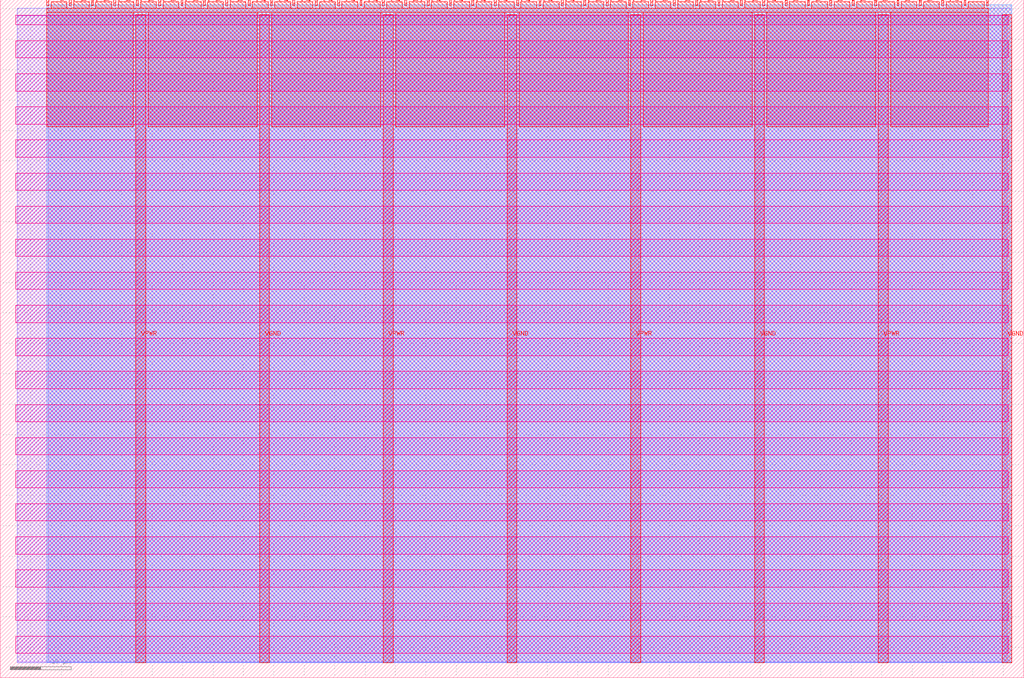
<source format=lef>
VERSION 5.7 ;
  NOWIREEXTENSIONATPIN ON ;
  DIVIDERCHAR "/" ;
  BUSBITCHARS "[]" ;
MACRO tt_um_yeokm1_pwm_audio
  CLASS BLOCK ;
  FOREIGN tt_um_yeokm1_pwm_audio ;
  ORIGIN 0.000 0.000 ;
  SIZE 168.360 BY 111.520 ;
  PIN VGND
    DIRECTION INOUT ;
    USE GROUND ;
    PORT
      LAYER met4 ;
        RECT 42.670 2.480 44.270 109.040 ;
    END
    PORT
      LAYER met4 ;
        RECT 83.380 2.480 84.980 109.040 ;
    END
    PORT
      LAYER met4 ;
        RECT 124.090 2.480 125.690 109.040 ;
    END
    PORT
      LAYER met4 ;
        RECT 164.800 2.480 166.400 109.040 ;
    END
  END VGND
  PIN VPWR
    DIRECTION INOUT ;
    USE POWER ;
    PORT
      LAYER met4 ;
        RECT 22.315 2.480 23.915 109.040 ;
    END
    PORT
      LAYER met4 ;
        RECT 63.025 2.480 64.625 109.040 ;
    END
    PORT
      LAYER met4 ;
        RECT 103.735 2.480 105.335 109.040 ;
    END
    PORT
      LAYER met4 ;
        RECT 144.445 2.480 146.045 109.040 ;
    END
  END VPWR
  PIN clk
    DIRECTION INPUT ;
    USE SIGNAL ;
    ANTENNAGATEAREA 0.852000 ;
    PORT
      LAYER met4 ;
        RECT 158.550 110.520 158.850 111.520 ;
    END
  END clk
  PIN ena
    DIRECTION INPUT ;
    USE SIGNAL ;
    ANTENNAGATEAREA 0.213000 ;
    PORT
      LAYER met4 ;
        RECT 162.230 110.520 162.530 111.520 ;
    END
  END ena
  PIN rst_n
    DIRECTION INPUT ;
    USE SIGNAL ;
    ANTENNAGATEAREA 0.159000 ;
    PORT
      LAYER met4 ;
        RECT 154.870 110.520 155.170 111.520 ;
    END
  END rst_n
  PIN ui_in[0]
    DIRECTION INPUT ;
    USE SIGNAL ;
    ANTENNAGATEAREA 0.196500 ;
    PORT
      LAYER met4 ;
        RECT 151.190 110.520 151.490 111.520 ;
    END
  END ui_in[0]
  PIN ui_in[1]
    DIRECTION INPUT ;
    USE SIGNAL ;
    ANTENNAGATEAREA 0.213000 ;
    PORT
      LAYER met4 ;
        RECT 147.510 110.520 147.810 111.520 ;
    END
  END ui_in[1]
  PIN ui_in[2]
    DIRECTION INPUT ;
    USE SIGNAL ;
    ANTENNAGATEAREA 0.213000 ;
    PORT
      LAYER met4 ;
        RECT 143.830 110.520 144.130 111.520 ;
    END
  END ui_in[2]
  PIN ui_in[3]
    DIRECTION INPUT ;
    USE SIGNAL ;
    ANTENNAGATEAREA 0.196500 ;
    PORT
      LAYER met4 ;
        RECT 140.150 110.520 140.450 111.520 ;
    END
  END ui_in[3]
  PIN ui_in[4]
    DIRECTION INPUT ;
    USE SIGNAL ;
    ANTENNAGATEAREA 0.126000 ;
    PORT
      LAYER met4 ;
        RECT 136.470 110.520 136.770 111.520 ;
    END
  END ui_in[4]
  PIN ui_in[5]
    DIRECTION INPUT ;
    USE SIGNAL ;
    ANTENNAGATEAREA 0.213000 ;
    PORT
      LAYER met4 ;
        RECT 132.790 110.520 133.090 111.520 ;
    END
  END ui_in[5]
  PIN ui_in[6]
    DIRECTION INPUT ;
    USE SIGNAL ;
    ANTENNAGATEAREA 0.213000 ;
    PORT
      LAYER met4 ;
        RECT 129.110 110.520 129.410 111.520 ;
    END
  END ui_in[6]
  PIN ui_in[7]
    DIRECTION INPUT ;
    USE SIGNAL ;
    ANTENNAGATEAREA 0.213000 ;
    PORT
      LAYER met4 ;
        RECT 125.430 110.520 125.730 111.520 ;
    END
  END ui_in[7]
  PIN uio_in[0]
    DIRECTION INPUT ;
    USE SIGNAL ;
    PORT
      LAYER met4 ;
        RECT 121.750 110.520 122.050 111.520 ;
    END
  END uio_in[0]
  PIN uio_in[1]
    DIRECTION INPUT ;
    USE SIGNAL ;
    PORT
      LAYER met4 ;
        RECT 118.070 110.520 118.370 111.520 ;
    END
  END uio_in[1]
  PIN uio_in[2]
    DIRECTION INPUT ;
    USE SIGNAL ;
    PORT
      LAYER met4 ;
        RECT 114.390 110.520 114.690 111.520 ;
    END
  END uio_in[2]
  PIN uio_in[3]
    DIRECTION INPUT ;
    USE SIGNAL ;
    PORT
      LAYER met4 ;
        RECT 110.710 110.520 111.010 111.520 ;
    END
  END uio_in[3]
  PIN uio_in[4]
    DIRECTION INPUT ;
    USE SIGNAL ;
    PORT
      LAYER met4 ;
        RECT 107.030 110.520 107.330 111.520 ;
    END
  END uio_in[4]
  PIN uio_in[5]
    DIRECTION INPUT ;
    USE SIGNAL ;
    PORT
      LAYER met4 ;
        RECT 103.350 110.520 103.650 111.520 ;
    END
  END uio_in[5]
  PIN uio_in[6]
    DIRECTION INPUT ;
    USE SIGNAL ;
    PORT
      LAYER met4 ;
        RECT 99.670 110.520 99.970 111.520 ;
    END
  END uio_in[6]
  PIN uio_in[7]
    DIRECTION INPUT ;
    USE SIGNAL ;
    PORT
      LAYER met4 ;
        RECT 95.990 110.520 96.290 111.520 ;
    END
  END uio_in[7]
  PIN uio_oe[0]
    DIRECTION OUTPUT TRISTATE ;
    USE SIGNAL ;
    PORT
      LAYER met4 ;
        RECT 33.430 110.520 33.730 111.520 ;
    END
  END uio_oe[0]
  PIN uio_oe[1]
    DIRECTION OUTPUT TRISTATE ;
    USE SIGNAL ;
    PORT
      LAYER met4 ;
        RECT 29.750 110.520 30.050 111.520 ;
    END
  END uio_oe[1]
  PIN uio_oe[2]
    DIRECTION OUTPUT TRISTATE ;
    USE SIGNAL ;
    PORT
      LAYER met4 ;
        RECT 26.070 110.520 26.370 111.520 ;
    END
  END uio_oe[2]
  PIN uio_oe[3]
    DIRECTION OUTPUT TRISTATE ;
    USE SIGNAL ;
    PORT
      LAYER met4 ;
        RECT 22.390 110.520 22.690 111.520 ;
    END
  END uio_oe[3]
  PIN uio_oe[4]
    DIRECTION OUTPUT TRISTATE ;
    USE SIGNAL ;
    PORT
      LAYER met4 ;
        RECT 18.710 110.520 19.010 111.520 ;
    END
  END uio_oe[4]
  PIN uio_oe[5]
    DIRECTION OUTPUT TRISTATE ;
    USE SIGNAL ;
    PORT
      LAYER met4 ;
        RECT 15.030 110.520 15.330 111.520 ;
    END
  END uio_oe[5]
  PIN uio_oe[6]
    DIRECTION OUTPUT TRISTATE ;
    USE SIGNAL ;
    PORT
      LAYER met4 ;
        RECT 11.350 110.520 11.650 111.520 ;
    END
  END uio_oe[6]
  PIN uio_oe[7]
    DIRECTION OUTPUT TRISTATE ;
    USE SIGNAL ;
    PORT
      LAYER met4 ;
        RECT 7.670 110.520 7.970 111.520 ;
    END
  END uio_oe[7]
  PIN uio_out[0]
    DIRECTION OUTPUT TRISTATE ;
    USE SIGNAL ;
    ANTENNADIFFAREA 0.795200 ;
    PORT
      LAYER met4 ;
        RECT 62.870 110.520 63.170 111.520 ;
    END
  END uio_out[0]
  PIN uio_out[1]
    DIRECTION OUTPUT TRISTATE ;
    USE SIGNAL ;
    ANTENNADIFFAREA 0.795200 ;
    PORT
      LAYER met4 ;
        RECT 59.190 110.520 59.490 111.520 ;
    END
  END uio_out[1]
  PIN uio_out[2]
    DIRECTION OUTPUT TRISTATE ;
    USE SIGNAL ;
    ANTENNADIFFAREA 0.795200 ;
    PORT
      LAYER met4 ;
        RECT 55.510 110.520 55.810 111.520 ;
    END
  END uio_out[2]
  PIN uio_out[3]
    DIRECTION OUTPUT TRISTATE ;
    USE SIGNAL ;
    ANTENNADIFFAREA 0.795200 ;
    PORT
      LAYER met4 ;
        RECT 51.830 110.520 52.130 111.520 ;
    END
  END uio_out[3]
  PIN uio_out[4]
    DIRECTION OUTPUT TRISTATE ;
    USE SIGNAL ;
    ANTENNADIFFAREA 0.795200 ;
    PORT
      LAYER met4 ;
        RECT 48.150 110.520 48.450 111.520 ;
    END
  END uio_out[4]
  PIN uio_out[5]
    DIRECTION OUTPUT TRISTATE ;
    USE SIGNAL ;
    ANTENNADIFFAREA 0.795200 ;
    PORT
      LAYER met4 ;
        RECT 44.470 110.520 44.770 111.520 ;
    END
  END uio_out[5]
  PIN uio_out[6]
    DIRECTION OUTPUT TRISTATE ;
    USE SIGNAL ;
    ANTENNADIFFAREA 0.795200 ;
    PORT
      LAYER met4 ;
        RECT 40.790 110.520 41.090 111.520 ;
    END
  END uio_out[6]
  PIN uio_out[7]
    DIRECTION OUTPUT TRISTATE ;
    USE SIGNAL ;
    ANTENNADIFFAREA 0.795200 ;
    PORT
      LAYER met4 ;
        RECT 37.110 110.520 37.410 111.520 ;
    END
  END uio_out[7]
  PIN uo_out[0]
    DIRECTION OUTPUT TRISTATE ;
    USE SIGNAL ;
    ANTENNADIFFAREA 0.891000 ;
    PORT
      LAYER met4 ;
        RECT 92.310 110.520 92.610 111.520 ;
    END
  END uo_out[0]
  PIN uo_out[1]
    DIRECTION OUTPUT TRISTATE ;
    USE SIGNAL ;
    ANTENNADIFFAREA 0.445500 ;
    PORT
      LAYER met4 ;
        RECT 88.630 110.520 88.930 111.520 ;
    END
  END uo_out[1]
  PIN uo_out[2]
    DIRECTION OUTPUT TRISTATE ;
    USE SIGNAL ;
    ANTENNADIFFAREA 0.445500 ;
    PORT
      LAYER met4 ;
        RECT 84.950 110.520 85.250 111.520 ;
    END
  END uo_out[2]
  PIN uo_out[3]
    DIRECTION OUTPUT TRISTATE ;
    USE SIGNAL ;
    ANTENNADIFFAREA 0.445500 ;
    PORT
      LAYER met4 ;
        RECT 81.270 110.520 81.570 111.520 ;
    END
  END uo_out[3]
  PIN uo_out[4]
    DIRECTION OUTPUT TRISTATE ;
    USE SIGNAL ;
    ANTENNADIFFAREA 0.445500 ;
    PORT
      LAYER met4 ;
        RECT 77.590 110.520 77.890 111.520 ;
    END
  END uo_out[4]
  PIN uo_out[5]
    DIRECTION OUTPUT TRISTATE ;
    USE SIGNAL ;
    PORT
      LAYER met4 ;
        RECT 73.910 110.520 74.210 111.520 ;
    END
  END uo_out[5]
  PIN uo_out[6]
    DIRECTION OUTPUT TRISTATE ;
    USE SIGNAL ;
    PORT
      LAYER met4 ;
        RECT 70.230 110.520 70.530 111.520 ;
    END
  END uo_out[6]
  PIN uo_out[7]
    DIRECTION OUTPUT TRISTATE ;
    USE SIGNAL ;
    PORT
      LAYER met4 ;
        RECT 66.550 110.520 66.850 111.520 ;
    END
  END uo_out[7]
  OBS
      LAYER nwell ;
        RECT 2.570 107.385 165.790 108.990 ;
        RECT 2.570 101.945 165.790 104.775 ;
        RECT 2.570 96.505 165.790 99.335 ;
        RECT 2.570 91.065 165.790 93.895 ;
        RECT 2.570 85.625 165.790 88.455 ;
        RECT 2.570 80.185 165.790 83.015 ;
        RECT 2.570 74.745 165.790 77.575 ;
        RECT 2.570 69.305 165.790 72.135 ;
        RECT 2.570 63.865 165.790 66.695 ;
        RECT 2.570 58.425 165.790 61.255 ;
        RECT 2.570 52.985 165.790 55.815 ;
        RECT 2.570 47.545 165.790 50.375 ;
        RECT 2.570 42.105 165.790 44.935 ;
        RECT 2.570 36.665 165.790 39.495 ;
        RECT 2.570 31.225 165.790 34.055 ;
        RECT 2.570 25.785 165.790 28.615 ;
        RECT 2.570 20.345 165.790 23.175 ;
        RECT 2.570 14.905 165.790 17.735 ;
        RECT 2.570 9.465 165.790 12.295 ;
        RECT 2.570 4.025 165.790 6.855 ;
      LAYER li1 ;
        RECT 2.760 2.635 165.600 108.885 ;
      LAYER met1 ;
        RECT 2.760 2.480 166.400 110.120 ;
      LAYER met2 ;
        RECT 7.910 2.535 166.370 110.685 ;
      LAYER met3 ;
        RECT 7.630 2.555 166.390 110.665 ;
      LAYER met4 ;
        RECT 8.370 110.120 10.950 111.170 ;
        RECT 12.050 110.120 14.630 111.170 ;
        RECT 15.730 110.120 18.310 111.170 ;
        RECT 19.410 110.120 21.990 111.170 ;
        RECT 23.090 110.120 25.670 111.170 ;
        RECT 26.770 110.120 29.350 111.170 ;
        RECT 30.450 110.120 33.030 111.170 ;
        RECT 34.130 110.120 36.710 111.170 ;
        RECT 37.810 110.120 40.390 111.170 ;
        RECT 41.490 110.120 44.070 111.170 ;
        RECT 45.170 110.120 47.750 111.170 ;
        RECT 48.850 110.120 51.430 111.170 ;
        RECT 52.530 110.120 55.110 111.170 ;
        RECT 56.210 110.120 58.790 111.170 ;
        RECT 59.890 110.120 62.470 111.170 ;
        RECT 63.570 110.120 66.150 111.170 ;
        RECT 67.250 110.120 69.830 111.170 ;
        RECT 70.930 110.120 73.510 111.170 ;
        RECT 74.610 110.120 77.190 111.170 ;
        RECT 78.290 110.120 80.870 111.170 ;
        RECT 81.970 110.120 84.550 111.170 ;
        RECT 85.650 110.120 88.230 111.170 ;
        RECT 89.330 110.120 91.910 111.170 ;
        RECT 93.010 110.120 95.590 111.170 ;
        RECT 96.690 110.120 99.270 111.170 ;
        RECT 100.370 110.120 102.950 111.170 ;
        RECT 104.050 110.120 106.630 111.170 ;
        RECT 107.730 110.120 110.310 111.170 ;
        RECT 111.410 110.120 113.990 111.170 ;
        RECT 115.090 110.120 117.670 111.170 ;
        RECT 118.770 110.120 121.350 111.170 ;
        RECT 122.450 110.120 125.030 111.170 ;
        RECT 126.130 110.120 128.710 111.170 ;
        RECT 129.810 110.120 132.390 111.170 ;
        RECT 133.490 110.120 136.070 111.170 ;
        RECT 137.170 110.120 139.750 111.170 ;
        RECT 140.850 110.120 143.430 111.170 ;
        RECT 144.530 110.120 147.110 111.170 ;
        RECT 148.210 110.120 150.790 111.170 ;
        RECT 151.890 110.120 154.470 111.170 ;
        RECT 155.570 110.120 158.150 111.170 ;
        RECT 159.250 110.120 161.830 111.170 ;
        RECT 7.655 109.440 162.545 110.120 ;
        RECT 7.655 90.615 21.915 109.440 ;
        RECT 24.315 90.615 42.270 109.440 ;
        RECT 44.670 90.615 62.625 109.440 ;
        RECT 65.025 90.615 82.980 109.440 ;
        RECT 85.380 90.615 103.335 109.440 ;
        RECT 105.735 90.615 123.690 109.440 ;
        RECT 126.090 90.615 144.045 109.440 ;
        RECT 146.445 90.615 162.545 109.440 ;
  END
END tt_um_yeokm1_pwm_audio
END LIBRARY


</source>
